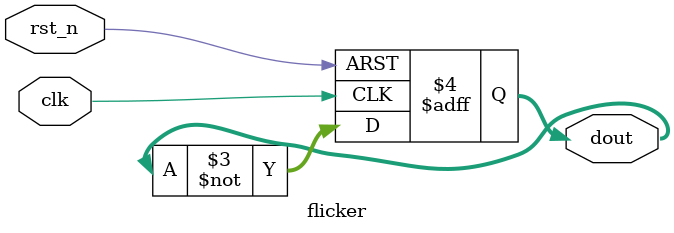
<source format=v>
module flicker(clk,rst_n,dout);
parameter WIDTH = 5;
input clk,rst_n;
output reg [WIDTH-1:0] dout;

always@(posedge clk or negedge rst_n)

    if(!rst_n)
        dout <= {WIDTH{1'b0}};
    else
        dout <= ~dout;

endmodule

</source>
